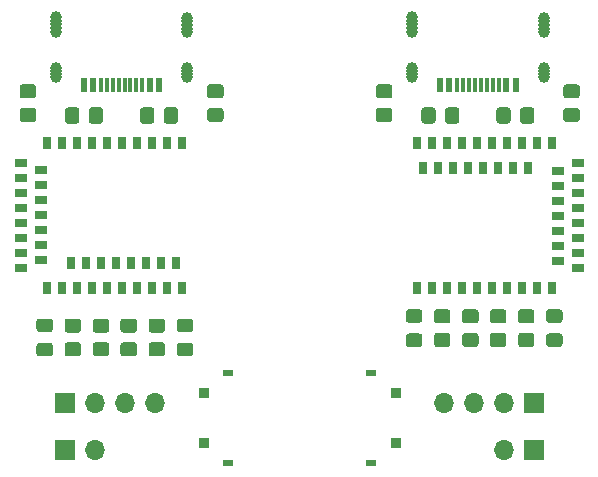
<source format=gtl>
%TF.GenerationSoftware,KiCad,Pcbnew,(5.1.7)-1*%
%TF.CreationDate,2021-02-08T18:02:38+08:00*%
%TF.ProjectId,jiran-ble,6a697261-6e2d-4626-9c65-2e6b69636164,rev?*%
%TF.SameCoordinates,Original*%
%TF.FileFunction,Copper,L1,Top*%
%TF.FilePolarity,Positive*%
%FSLAX46Y46*%
G04 Gerber Fmt 4.6, Leading zero omitted, Abs format (unit mm)*
G04 Created by KiCad (PCBNEW (5.1.7)-1) date 2021-02-08 18:02:38*
%MOMM*%
%LPD*%
G01*
G04 APERTURE LIST*
%TA.AperFunction,SMDPad,CuDef*%
%ADD10R,0.650000X1.000000*%
%TD*%
%TA.AperFunction,ComponentPad*%
%ADD11R,0.650000X1.000000*%
%TD*%
%TA.AperFunction,SMDPad,CuDef*%
%ADD12R,1.000000X0.650000*%
%TD*%
%TA.AperFunction,ComponentPad*%
%ADD13R,1.000000X0.650000*%
%TD*%
%TA.AperFunction,SMDPad,CuDef*%
%ADD14R,0.900000X0.900000*%
%TD*%
%TA.AperFunction,SMDPad,CuDef*%
%ADD15R,0.900000X0.500000*%
%TD*%
%TA.AperFunction,SMDPad,CuDef*%
%ADD16R,0.300000X1.250000*%
%TD*%
%TA.AperFunction,ComponentPad*%
%ADD17C,1.000000*%
%TD*%
%TA.AperFunction,SMDPad,CuDef*%
%ADD18R,0.540000X1.250000*%
%TD*%
%TA.AperFunction,ComponentPad*%
%ADD19O,1.700000X1.700000*%
%TD*%
%TA.AperFunction,ComponentPad*%
%ADD20R,1.700000X1.700000*%
%TD*%
G04 APERTURE END LIST*
D10*
%TO.P,U5,2*%
%TO.N,BLUE_LED_r*%
X196155000Y-67237750D03*
D11*
%TO.P,U5,28*%
%TO.N,N/C*%
X204283000Y-57077750D03*
%TO.P,U5,34*%
X200473000Y-57077750D03*
D12*
%TO.P,U5,25*%
X208534000Y-56698750D03*
D10*
%TO.P,U5,5*%
%TO.N,GND*%
X199965000Y-67237750D03*
%TO.P,U5,3*%
%TO.N,N/C*%
X197425000Y-67237750D03*
D13*
%TO.P,U5,16*%
%TO.N,/P0.08_r*%
X206823000Y-62411750D03*
D10*
%TO.P,U5,39*%
%TO.N,SWC_r*%
X197425000Y-54999750D03*
D13*
%TO.P,U5,20*%
%TO.N,/P0.12_r*%
X206823000Y-59871750D03*
D12*
%TO.P,U5,13*%
%TO.N,Net-(U5-Pad13)*%
X208534000Y-64318750D03*
D10*
%TO.P,U5,9*%
%TO.N,/P0.31_r*%
X205045000Y-67237750D03*
%TO.P,U5,37*%
%TO.N,SWD_r*%
X198695000Y-54999750D03*
D13*
%TO.P,U5,14*%
%TO.N,/P0.06_r*%
X206823000Y-63681750D03*
%TO.P,U5,22*%
%TO.N,N/C*%
X206823000Y-58601750D03*
D11*
%TO.P,U5,42*%
X195393000Y-57077750D03*
D10*
%TO.P,U5,35*%
X199965000Y-54999750D03*
D11*
%TO.P,U5,30*%
X203013000Y-57077750D03*
D10*
%TO.P,U5,6*%
%TO.N,/P1.13_r*%
X201235000Y-67237750D03*
%TO.P,U5,7*%
%TO.N,/P0.02_r*%
X202505000Y-67237750D03*
D11*
%TO.P,U5,38*%
%TO.N,N/C*%
X197933000Y-57077750D03*
D10*
%TO.P,U5,10*%
%TO.N,/P0.30_r*%
X206315000Y-67237750D03*
%TO.P,U5,26*%
%TO.N,RESET_r*%
X206315000Y-54999750D03*
D11*
%TO.P,U5,36*%
%TO.N,N/C*%
X199203000Y-57077750D03*
D12*
%TO.P,U5,11*%
%TO.N,Net-(U5-Pad11)*%
X208534000Y-65588750D03*
D11*
%TO.P,U5,32*%
%TO.N,N/C*%
X201743000Y-57077750D03*
D10*
%TO.P,U5,1*%
%TO.N,/P1.11_r*%
X194885000Y-67237750D03*
D11*
%TO.P,U5,40*%
%TO.N,N/C*%
X196663000Y-57077750D03*
D12*
%TO.P,U5,23*%
%TO.N,nRF_VDD_r*%
X208534000Y-57968750D03*
D10*
%TO.P,U5,27*%
%TO.N,VBUS_r*%
X205045000Y-54999750D03*
%TO.P,U5,41*%
%TO.N,/P0.09_r*%
X196155000Y-54999750D03*
D12*
%TO.P,U5,15*%
%TO.N,N/C*%
X208534000Y-63048750D03*
D10*
%TO.P,U5,31*%
%TO.N,DATA+_r*%
X202505000Y-54999750D03*
D12*
%TO.P,U5,17*%
%TO.N,N/C*%
X208534000Y-61778750D03*
D10*
%TO.P,U5,43*%
X194885000Y-54999750D03*
D13*
%TO.P,U5,12*%
X206823000Y-64951750D03*
D12*
%TO.P,U5,21*%
%TO.N,GND*%
X208534000Y-59238750D03*
D13*
%TO.P,U5,18*%
%TO.N,BATTERY_PIN_r*%
X206823000Y-61141750D03*
D12*
%TO.P,U5,19*%
%TO.N,nRF_VDD_r*%
X208534000Y-60508750D03*
D10*
%TO.P,U5,8*%
%TO.N,/P0.29_r*%
X203775000Y-67237750D03*
%TO.P,U5,4*%
%TO.N,/P0.28_r*%
X198695000Y-67237750D03*
D13*
%TO.P,U5,24*%
%TO.N,GND*%
X206823000Y-57331750D03*
D10*
%TO.P,U5,33*%
%TO.N,N/C*%
X201235000Y-54999750D03*
%TO.P,U5,29*%
%TO.N,DATA-_r*%
X203775000Y-54999750D03*
%TD*%
%TO.P,U2,2*%
%TO.N,BLUE_LED_l*%
X173732500Y-54999750D03*
D11*
%TO.P,U2,28*%
%TO.N,N/C*%
X165604500Y-65159750D03*
%TO.P,U2,34*%
X169414500Y-65159750D03*
D12*
%TO.P,U2,25*%
X161353500Y-65538750D03*
D10*
%TO.P,U2,5*%
%TO.N,GND*%
X169922500Y-54999750D03*
%TO.P,U2,3*%
%TO.N,N/C*%
X172462500Y-54999750D03*
D13*
%TO.P,U2,16*%
%TO.N,/P0.08_l*%
X163064500Y-59825750D03*
D10*
%TO.P,U2,39*%
%TO.N,SWC_l*%
X172462500Y-67237750D03*
D13*
%TO.P,U2,20*%
%TO.N,/P0.12_l*%
X163064500Y-62365750D03*
D12*
%TO.P,U2,13*%
%TO.N,Net-(U2-Pad13)*%
X161353500Y-57918750D03*
D10*
%TO.P,U2,9*%
%TO.N,/P0.31_l*%
X164842500Y-54999750D03*
%TO.P,U2,37*%
%TO.N,SWD_l*%
X171192500Y-67237750D03*
D13*
%TO.P,U2,14*%
%TO.N,/P0.06_l*%
X163064500Y-58555750D03*
%TO.P,U2,22*%
%TO.N,N/C*%
X163064500Y-63635750D03*
D11*
%TO.P,U2,42*%
X174494500Y-65159750D03*
D10*
%TO.P,U2,35*%
X169922500Y-67237750D03*
D11*
%TO.P,U2,30*%
X166874500Y-65159750D03*
D10*
%TO.P,U2,6*%
%TO.N,/P1.13_l*%
X168652500Y-54999750D03*
%TO.P,U2,7*%
%TO.N,/P0.02_l*%
X167382500Y-54999750D03*
D11*
%TO.P,U2,38*%
%TO.N,N/C*%
X171954500Y-65159750D03*
D10*
%TO.P,U2,10*%
%TO.N,/P0.30_l*%
X163572500Y-54999750D03*
%TO.P,U2,26*%
%TO.N,RESET_l*%
X163572500Y-67237750D03*
D11*
%TO.P,U2,36*%
%TO.N,N/C*%
X170684500Y-65159750D03*
D12*
%TO.P,U2,11*%
%TO.N,Net-(U2-Pad11)*%
X161353500Y-56648750D03*
D11*
%TO.P,U2,32*%
%TO.N,N/C*%
X168144500Y-65159750D03*
D10*
%TO.P,U2,1*%
%TO.N,/P1.11_l*%
X175002500Y-54999750D03*
D11*
%TO.P,U2,40*%
%TO.N,N/C*%
X173224500Y-65159750D03*
D12*
%TO.P,U2,23*%
%TO.N,nRF_VDD_l*%
X161353500Y-64268750D03*
D10*
%TO.P,U2,27*%
%TO.N,VBUS_l*%
X164842500Y-67237750D03*
%TO.P,U2,41*%
%TO.N,/P0.09_l*%
X173732500Y-67237750D03*
D12*
%TO.P,U2,15*%
%TO.N,N/C*%
X161353500Y-59188750D03*
D10*
%TO.P,U2,31*%
%TO.N,DATA+_l*%
X167382500Y-67237750D03*
D12*
%TO.P,U2,17*%
%TO.N,N/C*%
X161353500Y-60458750D03*
D10*
%TO.P,U2,43*%
X175002500Y-67237750D03*
D13*
%TO.P,U2,12*%
X163064500Y-57285750D03*
D12*
%TO.P,U2,21*%
%TO.N,GND*%
X161353500Y-62998750D03*
D13*
%TO.P,U2,18*%
%TO.N,BATTERY_PIN_l*%
X163064500Y-61095750D03*
D12*
%TO.P,U2,19*%
%TO.N,nRF_VDD_l*%
X161353500Y-61728750D03*
D10*
%TO.P,U2,8*%
%TO.N,/P0.29_l*%
X166112500Y-54999750D03*
%TO.P,U2,4*%
%TO.N,/P0.28_l*%
X171192500Y-54999750D03*
D13*
%TO.P,U2,24*%
%TO.N,GND*%
X163064500Y-64905750D03*
D10*
%TO.P,U2,33*%
%TO.N,N/C*%
X168652500Y-67237750D03*
%TO.P,U2,29*%
%TO.N,DATA-_l*%
X166112500Y-67237750D03*
%TD*%
D14*
%TO.P,SW1,1*%
%TO.N,RESET_l*%
X176800000Y-80332000D03*
%TO.P,SW1,2*%
%TO.N,GND*%
X176800000Y-76132000D03*
D15*
%TO.P,SW1,GND*%
%TO.N,N/C*%
X178900000Y-82032000D03*
X178900000Y-74432000D03*
%TD*%
%TO.P,R18,1*%
%TO.N,Net-(R18-Pad1)*%
%TA.AperFunction,SMDPad,CuDef*%
G36*
G01*
X199840001Y-72243750D02*
X198939999Y-72243750D01*
G75*
G02*
X198690000Y-71993751I0J249999D01*
G01*
X198690000Y-71293749D01*
G75*
G02*
X198939999Y-71043750I249999J0D01*
G01*
X199840001Y-71043750D01*
G75*
G02*
X200090000Y-71293749I0J-249999D01*
G01*
X200090000Y-71993751D01*
G75*
G02*
X199840001Y-72243750I-249999J0D01*
G01*
G37*
%TD.AperFunction*%
%TO.P,R18,2*%
%TO.N,GND*%
%TA.AperFunction,SMDPad,CuDef*%
G36*
G01*
X199840001Y-70243750D02*
X198939999Y-70243750D01*
G75*
G02*
X198690000Y-69993751I0J249999D01*
G01*
X198690000Y-69293749D01*
G75*
G02*
X198939999Y-69043750I249999J0D01*
G01*
X199840001Y-69043750D01*
G75*
G02*
X200090000Y-69293749I0J-249999D01*
G01*
X200090000Y-69993751D01*
G75*
G02*
X199840001Y-70243750I-249999J0D01*
G01*
G37*
%TD.AperFunction*%
%TD*%
%TO.P,R17,1*%
%TO.N,Net-(LED4-Pad1)*%
%TA.AperFunction,SMDPad,CuDef*%
G36*
G01*
X204570751Y-72243750D02*
X203670749Y-72243750D01*
G75*
G02*
X203420750Y-71993751I0J249999D01*
G01*
X203420750Y-71293749D01*
G75*
G02*
X203670749Y-71043750I249999J0D01*
G01*
X204570751Y-71043750D01*
G75*
G02*
X204820750Y-71293749I0J-249999D01*
G01*
X204820750Y-71993751D01*
G75*
G02*
X204570751Y-72243750I-249999J0D01*
G01*
G37*
%TD.AperFunction*%
%TO.P,R17,2*%
%TO.N,Net-(R17-Pad2)*%
%TA.AperFunction,SMDPad,CuDef*%
G36*
G01*
X204570751Y-70243750D02*
X203670749Y-70243750D01*
G75*
G02*
X203420750Y-69993751I0J249999D01*
G01*
X203420750Y-69293749D01*
G75*
G02*
X203670749Y-69043750I249999J0D01*
G01*
X204570751Y-69043750D01*
G75*
G02*
X204820750Y-69293749I0J-249999D01*
G01*
X204820750Y-69993751D01*
G75*
G02*
X204570751Y-70243750I-249999J0D01*
G01*
G37*
%TD.AperFunction*%
%TD*%
D16*
%TO.P,J5,B7*%
%TO.N,DATA-_r*%
X200775000Y-50087500D03*
D17*
%TO.P,J5,S1*%
%TO.N,GND*%
X205600300Y-44627800D03*
X205600300Y-44932600D03*
X194449700Y-45554900D03*
D16*
%TO.P,J5,B6*%
%TO.N,DATA+_r*%
X199275000Y-50087500D03*
D18*
%TO.P,J5,A4*%
%TO.N,VBUS_r*%
X197625000Y-50087500D03*
D17*
%TO.P,J5,S1*%
%TO.N,GND*%
X194449700Y-45262800D03*
X194449700Y-44919900D03*
X194449700Y-44615100D03*
X194449400Y-44335700D03*
X205600300Y-45275500D03*
D16*
%TO.P,J5,A5*%
%TO.N,Net-(J5-PadA5)*%
X201275000Y-50087500D03*
%TO.P,J5,A7*%
%TO.N,DATA-_r*%
X199775000Y-50087500D03*
D18*
%TO.P,J5,A4*%
%TO.N,VBUS_r*%
X202425000Y-50087500D03*
%TO.P,J5,A1*%
%TO.N,GND*%
X196825000Y-50087500D03*
D17*
%TO.P,J5,S1*%
X194449700Y-49098200D03*
X194450000Y-49343500D03*
X194450000Y-48581500D03*
X194450000Y-48844200D03*
X205600600Y-49343500D03*
X205600600Y-48581500D03*
X205600300Y-49098200D03*
D18*
%TO.P,J5,A1*%
X203225000Y-50087500D03*
D16*
%TO.P,J5,B5*%
%TO.N,Net-(J5-PadB5)*%
X198275000Y-50087500D03*
%TO.P,J5,A6*%
%TO.N,DATA+_r*%
X200275000Y-50087500D03*
D17*
%TO.P,J5,S1*%
%TO.N,GND*%
X205600600Y-48844200D03*
X205600300Y-45567600D03*
X205600000Y-44348400D03*
D16*
%TO.P,J5,B8*%
%TO.N,N/C*%
X201783000Y-50087500D03*
%TO.P,J5,A8*%
X198775000Y-50087500D03*
%TD*%
D19*
%TO.P,J3,4*%
%TO.N,SWC_l*%
X172720000Y-76993750D03*
D20*
%TO.P,J3,1*%
%TO.N,GND*%
X165100000Y-76993750D03*
D19*
%TO.P,J3,2*%
%TO.N,nRF_VDD_l*%
X167640000Y-76993750D03*
%TO.P,J3,3*%
%TO.N,SWD_l*%
X170180000Y-76993750D03*
%TD*%
D16*
%TO.P,J2,B7*%
%TO.N,DATA-_l*%
X170612500Y-50087500D03*
D17*
%TO.P,J2,S1*%
%TO.N,GND*%
X175437800Y-44627800D03*
X175437800Y-44932600D03*
X164287200Y-45554900D03*
D16*
%TO.P,J2,B6*%
%TO.N,DATA+_l*%
X169112500Y-50087500D03*
D18*
%TO.P,J2,A4*%
%TO.N,VBUS_l*%
X167462500Y-50087500D03*
D17*
%TO.P,J2,S1*%
%TO.N,GND*%
X164287200Y-45262800D03*
X164287200Y-44919900D03*
X164287200Y-44615100D03*
X164286900Y-44335700D03*
X175437800Y-45275500D03*
D16*
%TO.P,J2,A5*%
%TO.N,Net-(J2-PadA5)*%
X171112500Y-50087500D03*
%TO.P,J2,A7*%
%TO.N,DATA-_l*%
X169612500Y-50087500D03*
D18*
%TO.P,J2,A4*%
%TO.N,VBUS_l*%
X172262500Y-50087500D03*
%TO.P,J2,A1*%
%TO.N,GND*%
X166662500Y-50087500D03*
D17*
%TO.P,J2,S1*%
X164287200Y-49098200D03*
X164287500Y-49343500D03*
X164287500Y-48581500D03*
X164287500Y-48844200D03*
X175438100Y-49343500D03*
X175438100Y-48581500D03*
X175437800Y-49098200D03*
D18*
%TO.P,J2,A1*%
X173062500Y-50087500D03*
D16*
%TO.P,J2,B5*%
%TO.N,Net-(J2-PadB5)*%
X168112500Y-50087500D03*
%TO.P,J2,A6*%
%TO.N,DATA+_l*%
X170112500Y-50087500D03*
D17*
%TO.P,J2,S1*%
%TO.N,GND*%
X175438100Y-48844200D03*
X175437800Y-45567600D03*
X175437500Y-44348400D03*
D16*
%TO.P,J2,B8*%
%TO.N,N/C*%
X171620500Y-50087500D03*
%TO.P,J2,A8*%
X168612500Y-50087500D03*
%TD*%
%TO.P,R16,1*%
%TO.N,BATTERY_PIN_r*%
%TA.AperFunction,SMDPad,CuDef*%
G36*
G01*
X207512499Y-49993750D02*
X208412501Y-49993750D01*
G75*
G02*
X208662500Y-50243749I0J-249999D01*
G01*
X208662500Y-50943751D01*
G75*
G02*
X208412501Y-51193750I-249999J0D01*
G01*
X207512499Y-51193750D01*
G75*
G02*
X207262500Y-50943751I0J249999D01*
G01*
X207262500Y-50243749D01*
G75*
G02*
X207512499Y-49993750I249999J0D01*
G01*
G37*
%TD.AperFunction*%
%TO.P,R16,2*%
%TO.N,GND*%
%TA.AperFunction,SMDPad,CuDef*%
G36*
G01*
X207512499Y-51993750D02*
X208412501Y-51993750D01*
G75*
G02*
X208662500Y-52243749I0J-249999D01*
G01*
X208662500Y-52943751D01*
G75*
G02*
X208412501Y-53193750I-249999J0D01*
G01*
X207512499Y-53193750D01*
G75*
G02*
X207262500Y-52943751I0J249999D01*
G01*
X207262500Y-52243749D01*
G75*
G02*
X207512499Y-51993750I249999J0D01*
G01*
G37*
%TD.AperFunction*%
%TD*%
%TO.P,R15,1*%
%TO.N,VBUS_r*%
%TA.AperFunction,SMDPad,CuDef*%
G36*
G01*
X202189501Y-72243750D02*
X201289499Y-72243750D01*
G75*
G02*
X201039500Y-71993751I0J249999D01*
G01*
X201039500Y-71293749D01*
G75*
G02*
X201289499Y-71043750I249999J0D01*
G01*
X202189501Y-71043750D01*
G75*
G02*
X202439500Y-71293749I0J-249999D01*
G01*
X202439500Y-71993751D01*
G75*
G02*
X202189501Y-72243750I-249999J0D01*
G01*
G37*
%TD.AperFunction*%
%TO.P,R15,2*%
%TO.N,GND*%
%TA.AperFunction,SMDPad,CuDef*%
G36*
G01*
X202189501Y-70243750D02*
X201289499Y-70243750D01*
G75*
G02*
X201039500Y-69993751I0J249999D01*
G01*
X201039500Y-69293749D01*
G75*
G02*
X201289499Y-69043750I249999J0D01*
G01*
X202189501Y-69043750D01*
G75*
G02*
X202439500Y-69293749I0J-249999D01*
G01*
X202439500Y-69993751D01*
G75*
G02*
X202189501Y-70243750I-249999J0D01*
G01*
G37*
%TD.AperFunction*%
%TD*%
%TO.P,R13,1*%
%TO.N,Net-(LED3-Pad1)*%
%TA.AperFunction,SMDPad,CuDef*%
G36*
G01*
X197458751Y-72243750D02*
X196558749Y-72243750D01*
G75*
G02*
X196308750Y-71993751I0J249999D01*
G01*
X196308750Y-71293749D01*
G75*
G02*
X196558749Y-71043750I249999J0D01*
G01*
X197458751Y-71043750D01*
G75*
G02*
X197708750Y-71293749I0J-249999D01*
G01*
X197708750Y-71993751D01*
G75*
G02*
X197458751Y-72243750I-249999J0D01*
G01*
G37*
%TD.AperFunction*%
%TO.P,R13,2*%
%TO.N,GND*%
%TA.AperFunction,SMDPad,CuDef*%
G36*
G01*
X197458751Y-70243750D02*
X196558749Y-70243750D01*
G75*
G02*
X196308750Y-69993751I0J249999D01*
G01*
X196308750Y-69293749D01*
G75*
G02*
X196558749Y-69043750I249999J0D01*
G01*
X197458751Y-69043750D01*
G75*
G02*
X197708750Y-69293749I0J-249999D01*
G01*
X197708750Y-69993751D01*
G75*
G02*
X197458751Y-70243750I-249999J0D01*
G01*
G37*
%TD.AperFunction*%
%TD*%
%TO.P,R12,1*%
%TO.N,VBAT_r*%
%TA.AperFunction,SMDPad,CuDef*%
G36*
G01*
X192537501Y-53193750D02*
X191637499Y-53193750D01*
G75*
G02*
X191387500Y-52943751I0J249999D01*
G01*
X191387500Y-52243749D01*
G75*
G02*
X191637499Y-51993750I249999J0D01*
G01*
X192537501Y-51993750D01*
G75*
G02*
X192787500Y-52243749I0J-249999D01*
G01*
X192787500Y-52943751D01*
G75*
G02*
X192537501Y-53193750I-249999J0D01*
G01*
G37*
%TD.AperFunction*%
%TO.P,R12,2*%
%TO.N,BATTERY_PIN_r*%
%TA.AperFunction,SMDPad,CuDef*%
G36*
G01*
X192537501Y-51193750D02*
X191637499Y-51193750D01*
G75*
G02*
X191387500Y-50943751I0J249999D01*
G01*
X191387500Y-50243749D01*
G75*
G02*
X191637499Y-49993750I249999J0D01*
G01*
X192537501Y-49993750D01*
G75*
G02*
X192787500Y-50243749I0J-249999D01*
G01*
X192787500Y-50943751D01*
G75*
G02*
X192537501Y-51193750I-249999J0D01*
G01*
G37*
%TD.AperFunction*%
%TD*%
%TO.P,R11,1*%
%TO.N,Net-(J5-PadB5)*%
%TA.AperFunction,SMDPad,CuDef*%
G36*
G01*
X198450000Y-52191499D02*
X198450000Y-53091501D01*
G75*
G02*
X198200001Y-53341500I-249999J0D01*
G01*
X197499999Y-53341500D01*
G75*
G02*
X197250000Y-53091501I0J249999D01*
G01*
X197250000Y-52191499D01*
G75*
G02*
X197499999Y-51941500I249999J0D01*
G01*
X198200001Y-51941500D01*
G75*
G02*
X198450000Y-52191499I0J-249999D01*
G01*
G37*
%TD.AperFunction*%
%TO.P,R11,2*%
%TO.N,GND*%
%TA.AperFunction,SMDPad,CuDef*%
G36*
G01*
X196450000Y-52191499D02*
X196450000Y-53091501D01*
G75*
G02*
X196200001Y-53341500I-249999J0D01*
G01*
X195499999Y-53341500D01*
G75*
G02*
X195250000Y-53091501I0J249999D01*
G01*
X195250000Y-52191499D01*
G75*
G02*
X195499999Y-51941500I249999J0D01*
G01*
X196200001Y-51941500D01*
G75*
G02*
X196450000Y-52191499I0J-249999D01*
G01*
G37*
%TD.AperFunction*%
%TD*%
%TO.P,R10,1*%
%TO.N,Net-(J5-PadA5)*%
%TA.AperFunction,SMDPad,CuDef*%
G36*
G01*
X201600000Y-53091501D02*
X201600000Y-52191499D01*
G75*
G02*
X201849999Y-51941500I249999J0D01*
G01*
X202550001Y-51941500D01*
G75*
G02*
X202800000Y-52191499I0J-249999D01*
G01*
X202800000Y-53091501D01*
G75*
G02*
X202550001Y-53341500I-249999J0D01*
G01*
X201849999Y-53341500D01*
G75*
G02*
X201600000Y-53091501I0J249999D01*
G01*
G37*
%TD.AperFunction*%
%TO.P,R10,2*%
%TO.N,GND*%
%TA.AperFunction,SMDPad,CuDef*%
G36*
G01*
X203600000Y-53091501D02*
X203600000Y-52191499D01*
G75*
G02*
X203849999Y-51941500I249999J0D01*
G01*
X204550001Y-51941500D01*
G75*
G02*
X204800000Y-52191499I0J-249999D01*
G01*
X204800000Y-53091501D01*
G75*
G02*
X204550001Y-53341500I-249999J0D01*
G01*
X203849999Y-53341500D01*
G75*
G02*
X203600000Y-53091501I0J249999D01*
G01*
G37*
%TD.AperFunction*%
%TD*%
%TO.P,R9,1*%
%TO.N,Net-(R9-Pad1)*%
%TA.AperFunction,SMDPad,CuDef*%
G36*
G01*
X170015749Y-69837500D02*
X170915751Y-69837500D01*
G75*
G02*
X171165750Y-70087499I0J-249999D01*
G01*
X171165750Y-70787501D01*
G75*
G02*
X170915751Y-71037500I-249999J0D01*
G01*
X170015749Y-71037500D01*
G75*
G02*
X169765750Y-70787501I0J249999D01*
G01*
X169765750Y-70087499D01*
G75*
G02*
X170015749Y-69837500I249999J0D01*
G01*
G37*
%TD.AperFunction*%
%TO.P,R9,2*%
%TO.N,GND*%
%TA.AperFunction,SMDPad,CuDef*%
G36*
G01*
X170015749Y-71837500D02*
X170915751Y-71837500D01*
G75*
G02*
X171165750Y-72087499I0J-249999D01*
G01*
X171165750Y-72787501D01*
G75*
G02*
X170915751Y-73037500I-249999J0D01*
G01*
X170015749Y-73037500D01*
G75*
G02*
X169765750Y-72787501I0J249999D01*
G01*
X169765750Y-72087499D01*
G75*
G02*
X170015749Y-71837500I249999J0D01*
G01*
G37*
%TD.AperFunction*%
%TD*%
%TO.P,LED4,1*%
%TO.N,Net-(LED4-Pad1)*%
%TA.AperFunction,SMDPad,CuDef*%
G36*
G01*
X206952001Y-72243750D02*
X206051999Y-72243750D01*
G75*
G02*
X205802000Y-71993751I0J249999D01*
G01*
X205802000Y-71343749D01*
G75*
G02*
X206051999Y-71093750I249999J0D01*
G01*
X206952001Y-71093750D01*
G75*
G02*
X207202000Y-71343749I0J-249999D01*
G01*
X207202000Y-71993751D01*
G75*
G02*
X206952001Y-72243750I-249999J0D01*
G01*
G37*
%TD.AperFunction*%
%TO.P,LED4,2*%
%TO.N,VBUS_r*%
%TA.AperFunction,SMDPad,CuDef*%
G36*
G01*
X206952001Y-70193750D02*
X206051999Y-70193750D01*
G75*
G02*
X205802000Y-69943751I0J249999D01*
G01*
X205802000Y-69293749D01*
G75*
G02*
X206051999Y-69043750I249999J0D01*
G01*
X206952001Y-69043750D01*
G75*
G02*
X207202000Y-69293749I0J-249999D01*
G01*
X207202000Y-69943751D01*
G75*
G02*
X206952001Y-70193750I-249999J0D01*
G01*
G37*
%TD.AperFunction*%
%TD*%
%TO.P,LED3,1*%
%TO.N,Net-(LED3-Pad1)*%
%TA.AperFunction,SMDPad,CuDef*%
G36*
G01*
X195077501Y-72243750D02*
X194177499Y-72243750D01*
G75*
G02*
X193927500Y-71993751I0J249999D01*
G01*
X193927500Y-71343749D01*
G75*
G02*
X194177499Y-71093750I249999J0D01*
G01*
X195077501Y-71093750D01*
G75*
G02*
X195327500Y-71343749I0J-249999D01*
G01*
X195327500Y-71993751D01*
G75*
G02*
X195077501Y-72243750I-249999J0D01*
G01*
G37*
%TD.AperFunction*%
%TO.P,LED3,2*%
%TO.N,BLUE_LED_r*%
%TA.AperFunction,SMDPad,CuDef*%
G36*
G01*
X195077501Y-70193750D02*
X194177499Y-70193750D01*
G75*
G02*
X193927500Y-69943751I0J249999D01*
G01*
X193927500Y-69293749D01*
G75*
G02*
X194177499Y-69043750I249999J0D01*
G01*
X195077501Y-69043750D01*
G75*
G02*
X195327500Y-69293749I0J-249999D01*
G01*
X195327500Y-69943751D01*
G75*
G02*
X195077501Y-70193750I-249999J0D01*
G01*
G37*
%TD.AperFunction*%
%TD*%
D19*
%TO.P,J6,4*%
%TO.N,SWC_r*%
X197167500Y-76962000D03*
D20*
%TO.P,J6,1*%
%TO.N,GND*%
X204787500Y-76962000D03*
D19*
%TO.P,J6,2*%
%TO.N,nRF_VDD_r*%
X202247500Y-76962000D03*
%TO.P,J6,3*%
%TO.N,SWD_r*%
X199707500Y-76962000D03*
%TD*%
D14*
%TO.P,SW30,1*%
%TO.N,RESET_r*%
X193087500Y-76132000D03*
%TO.P,SW30,2*%
%TO.N,GND*%
X193087500Y-80332000D03*
D15*
%TO.P,SW30,GND*%
%TO.N,N/C*%
X190987500Y-74432000D03*
X190987500Y-82032000D03*
%TD*%
%TO.P,R8,1*%
%TO.N,Net-(LED2-Pad1)*%
%TA.AperFunction,SMDPad,CuDef*%
G36*
G01*
X166185001Y-73037500D02*
X165284999Y-73037500D01*
G75*
G02*
X165035000Y-72787501I0J249999D01*
G01*
X165035000Y-72087499D01*
G75*
G02*
X165284999Y-71837500I249999J0D01*
G01*
X166185001Y-71837500D01*
G75*
G02*
X166435000Y-72087499I0J-249999D01*
G01*
X166435000Y-72787501D01*
G75*
G02*
X166185001Y-73037500I-249999J0D01*
G01*
G37*
%TD.AperFunction*%
%TO.P,R8,2*%
%TO.N,Net-(R8-Pad2)*%
%TA.AperFunction,SMDPad,CuDef*%
G36*
G01*
X166185001Y-71037500D02*
X165284999Y-71037500D01*
G75*
G02*
X165035000Y-70787501I0J249999D01*
G01*
X165035000Y-70087499D01*
G75*
G02*
X165284999Y-69837500I249999J0D01*
G01*
X166185001Y-69837500D01*
G75*
G02*
X166435000Y-70087499I0J-249999D01*
G01*
X166435000Y-70787501D01*
G75*
G02*
X166185001Y-71037500I-249999J0D01*
G01*
G37*
%TD.AperFunction*%
%TD*%
%TO.P,R7,1*%
%TO.N,BATTERY_PIN_l*%
%TA.AperFunction,SMDPad,CuDef*%
G36*
G01*
X161474999Y-49993750D02*
X162375001Y-49993750D01*
G75*
G02*
X162625000Y-50243749I0J-249999D01*
G01*
X162625000Y-50943751D01*
G75*
G02*
X162375001Y-51193750I-249999J0D01*
G01*
X161474999Y-51193750D01*
G75*
G02*
X161225000Y-50943751I0J249999D01*
G01*
X161225000Y-50243749D01*
G75*
G02*
X161474999Y-49993750I249999J0D01*
G01*
G37*
%TD.AperFunction*%
%TO.P,R7,2*%
%TO.N,GND*%
%TA.AperFunction,SMDPad,CuDef*%
G36*
G01*
X161474999Y-51993750D02*
X162375001Y-51993750D01*
G75*
G02*
X162625000Y-52243749I0J-249999D01*
G01*
X162625000Y-52943751D01*
G75*
G02*
X162375001Y-53193750I-249999J0D01*
G01*
X161474999Y-53193750D01*
G75*
G02*
X161225000Y-52943751I0J249999D01*
G01*
X161225000Y-52243749D01*
G75*
G02*
X161474999Y-51993750I249999J0D01*
G01*
G37*
%TD.AperFunction*%
%TD*%
%TO.P,R5,1*%
%TO.N,VBAT_l*%
%TA.AperFunction,SMDPad,CuDef*%
G36*
G01*
X178250001Y-53193750D02*
X177349999Y-53193750D01*
G75*
G02*
X177100000Y-52943751I0J249999D01*
G01*
X177100000Y-52243749D01*
G75*
G02*
X177349999Y-51993750I249999J0D01*
G01*
X178250001Y-51993750D01*
G75*
G02*
X178500000Y-52243749I0J-249999D01*
G01*
X178500000Y-52943751D01*
G75*
G02*
X178250001Y-53193750I-249999J0D01*
G01*
G37*
%TD.AperFunction*%
%TO.P,R5,2*%
%TO.N,BATTERY_PIN_l*%
%TA.AperFunction,SMDPad,CuDef*%
G36*
G01*
X178250001Y-51193750D02*
X177349999Y-51193750D01*
G75*
G02*
X177100000Y-50943751I0J249999D01*
G01*
X177100000Y-50243749D01*
G75*
G02*
X177349999Y-49993750I249999J0D01*
G01*
X178250001Y-49993750D01*
G75*
G02*
X178500000Y-50243749I0J-249999D01*
G01*
X178500000Y-50943751D01*
G75*
G02*
X178250001Y-51193750I-249999J0D01*
G01*
G37*
%TD.AperFunction*%
%TD*%
%TO.P,R4,1*%
%TO.N,VBUS_l*%
%TA.AperFunction,SMDPad,CuDef*%
G36*
G01*
X167666249Y-69837500D02*
X168566251Y-69837500D01*
G75*
G02*
X168816250Y-70087499I0J-249999D01*
G01*
X168816250Y-70787501D01*
G75*
G02*
X168566251Y-71037500I-249999J0D01*
G01*
X167666249Y-71037500D01*
G75*
G02*
X167416250Y-70787501I0J249999D01*
G01*
X167416250Y-70087499D01*
G75*
G02*
X167666249Y-69837500I249999J0D01*
G01*
G37*
%TD.AperFunction*%
%TO.P,R4,2*%
%TO.N,GND*%
%TA.AperFunction,SMDPad,CuDef*%
G36*
G01*
X167666249Y-71837500D02*
X168566251Y-71837500D01*
G75*
G02*
X168816250Y-72087499I0J-249999D01*
G01*
X168816250Y-72787501D01*
G75*
G02*
X168566251Y-73037500I-249999J0D01*
G01*
X167666249Y-73037500D01*
G75*
G02*
X167416250Y-72787501I0J249999D01*
G01*
X167416250Y-72087499D01*
G75*
G02*
X167666249Y-71837500I249999J0D01*
G01*
G37*
%TD.AperFunction*%
%TD*%
%TO.P,R3,1*%
%TO.N,Net-(LED1-Pad1)*%
%TA.AperFunction,SMDPad,CuDef*%
G36*
G01*
X173297001Y-73037500D02*
X172396999Y-73037500D01*
G75*
G02*
X172147000Y-72787501I0J249999D01*
G01*
X172147000Y-72087499D01*
G75*
G02*
X172396999Y-71837500I249999J0D01*
G01*
X173297001Y-71837500D01*
G75*
G02*
X173547000Y-72087499I0J-249999D01*
G01*
X173547000Y-72787501D01*
G75*
G02*
X173297001Y-73037500I-249999J0D01*
G01*
G37*
%TD.AperFunction*%
%TO.P,R3,2*%
%TO.N,GND*%
%TA.AperFunction,SMDPad,CuDef*%
G36*
G01*
X173297001Y-71037500D02*
X172396999Y-71037500D01*
G75*
G02*
X172147000Y-70787501I0J249999D01*
G01*
X172147000Y-70087499D01*
G75*
G02*
X172396999Y-69837500I249999J0D01*
G01*
X173297001Y-69837500D01*
G75*
G02*
X173547000Y-70087499I0J-249999D01*
G01*
X173547000Y-70787501D01*
G75*
G02*
X173297001Y-71037500I-249999J0D01*
G01*
G37*
%TD.AperFunction*%
%TD*%
%TO.P,R2,1*%
%TO.N,Net-(J2-PadB5)*%
%TA.AperFunction,SMDPad,CuDef*%
G36*
G01*
X168287500Y-52191499D02*
X168287500Y-53091501D01*
G75*
G02*
X168037501Y-53341500I-249999J0D01*
G01*
X167337499Y-53341500D01*
G75*
G02*
X167087500Y-53091501I0J249999D01*
G01*
X167087500Y-52191499D01*
G75*
G02*
X167337499Y-51941500I249999J0D01*
G01*
X168037501Y-51941500D01*
G75*
G02*
X168287500Y-52191499I0J-249999D01*
G01*
G37*
%TD.AperFunction*%
%TO.P,R2,2*%
%TO.N,GND*%
%TA.AperFunction,SMDPad,CuDef*%
G36*
G01*
X166287500Y-52191499D02*
X166287500Y-53091501D01*
G75*
G02*
X166037501Y-53341500I-249999J0D01*
G01*
X165337499Y-53341500D01*
G75*
G02*
X165087500Y-53091501I0J249999D01*
G01*
X165087500Y-52191499D01*
G75*
G02*
X165337499Y-51941500I249999J0D01*
G01*
X166037501Y-51941500D01*
G75*
G02*
X166287500Y-52191499I0J-249999D01*
G01*
G37*
%TD.AperFunction*%
%TD*%
%TO.P,R1,1*%
%TO.N,Net-(J2-PadA5)*%
%TA.AperFunction,SMDPad,CuDef*%
G36*
G01*
X171437500Y-53091501D02*
X171437500Y-52191499D01*
G75*
G02*
X171687499Y-51941500I249999J0D01*
G01*
X172387501Y-51941500D01*
G75*
G02*
X172637500Y-52191499I0J-249999D01*
G01*
X172637500Y-53091501D01*
G75*
G02*
X172387501Y-53341500I-249999J0D01*
G01*
X171687499Y-53341500D01*
G75*
G02*
X171437500Y-53091501I0J249999D01*
G01*
G37*
%TD.AperFunction*%
%TO.P,R1,2*%
%TO.N,GND*%
%TA.AperFunction,SMDPad,CuDef*%
G36*
G01*
X173437500Y-53091501D02*
X173437500Y-52191499D01*
G75*
G02*
X173687499Y-51941500I249999J0D01*
G01*
X174387501Y-51941500D01*
G75*
G02*
X174637500Y-52191499I0J-249999D01*
G01*
X174637500Y-53091501D01*
G75*
G02*
X174387501Y-53341500I-249999J0D01*
G01*
X173687499Y-53341500D01*
G75*
G02*
X173437500Y-53091501I0J249999D01*
G01*
G37*
%TD.AperFunction*%
%TD*%
%TO.P,LED2,1*%
%TO.N,Net-(LED2-Pad1)*%
%TA.AperFunction,SMDPad,CuDef*%
G36*
G01*
X163803751Y-73037500D02*
X162903749Y-73037500D01*
G75*
G02*
X162653750Y-72787501I0J249999D01*
G01*
X162653750Y-72137499D01*
G75*
G02*
X162903749Y-71887500I249999J0D01*
G01*
X163803751Y-71887500D01*
G75*
G02*
X164053750Y-72137499I0J-249999D01*
G01*
X164053750Y-72787501D01*
G75*
G02*
X163803751Y-73037500I-249999J0D01*
G01*
G37*
%TD.AperFunction*%
%TO.P,LED2,2*%
%TO.N,VBUS_l*%
%TA.AperFunction,SMDPad,CuDef*%
G36*
G01*
X163803751Y-70987500D02*
X162903749Y-70987500D01*
G75*
G02*
X162653750Y-70737501I0J249999D01*
G01*
X162653750Y-70087499D01*
G75*
G02*
X162903749Y-69837500I249999J0D01*
G01*
X163803751Y-69837500D01*
G75*
G02*
X164053750Y-70087499I0J-249999D01*
G01*
X164053750Y-70737501D01*
G75*
G02*
X163803751Y-70987500I-249999J0D01*
G01*
G37*
%TD.AperFunction*%
%TD*%
%TO.P,LED1,1*%
%TO.N,Net-(LED1-Pad1)*%
%TA.AperFunction,SMDPad,CuDef*%
G36*
G01*
X175678251Y-73037500D02*
X174778249Y-73037500D01*
G75*
G02*
X174528250Y-72787501I0J249999D01*
G01*
X174528250Y-72137499D01*
G75*
G02*
X174778249Y-71887500I249999J0D01*
G01*
X175678251Y-71887500D01*
G75*
G02*
X175928250Y-72137499I0J-249999D01*
G01*
X175928250Y-72787501D01*
G75*
G02*
X175678251Y-73037500I-249999J0D01*
G01*
G37*
%TD.AperFunction*%
%TO.P,LED1,2*%
%TO.N,BLUE_LED_l*%
%TA.AperFunction,SMDPad,CuDef*%
G36*
G01*
X175678251Y-70987500D02*
X174778249Y-70987500D01*
G75*
G02*
X174528250Y-70737501I0J249999D01*
G01*
X174528250Y-70087499D01*
G75*
G02*
X174778249Y-69837500I249999J0D01*
G01*
X175678251Y-69837500D01*
G75*
G02*
X175928250Y-70087499I0J-249999D01*
G01*
X175928250Y-70737501D01*
G75*
G02*
X175678251Y-70987500I-249999J0D01*
G01*
G37*
%TD.AperFunction*%
%TD*%
D20*
%TO.P,J4,1*%
%TO.N,GND*%
X204787500Y-80962500D03*
D19*
%TO.P,J4,2*%
%TO.N,VBAT_r*%
X202247500Y-80962500D03*
%TD*%
D20*
%TO.P,J1,1*%
%TO.N,GND*%
X165100000Y-80962500D03*
D19*
%TO.P,J1,2*%
%TO.N,VBAT_l*%
X167640000Y-80962500D03*
%TD*%
M02*

</source>
